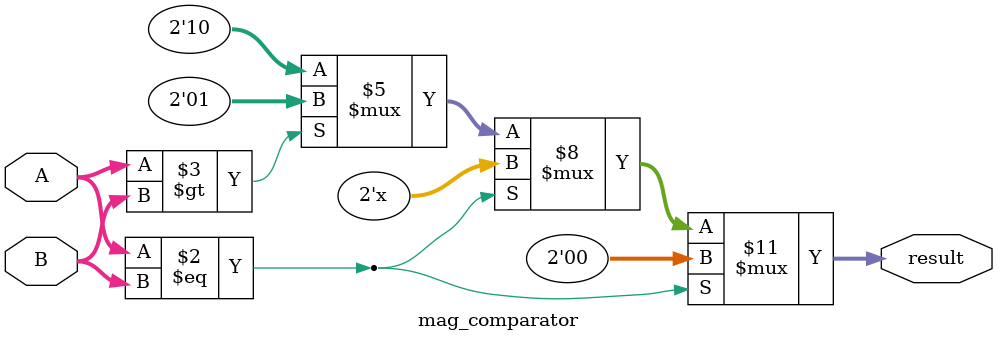
<source format=v>
module mag_comparator (
  input [2:0] A,
  input [2:0] B,
  output reg [1:0] result
);

  always @(*) begin
    if (A == B) begin
      result = 2'b00;
    end else if (A > B) begin
      result = 2'b01;
    end else begin
      result = 2'b10;
    end
  end

endmodule

</source>
